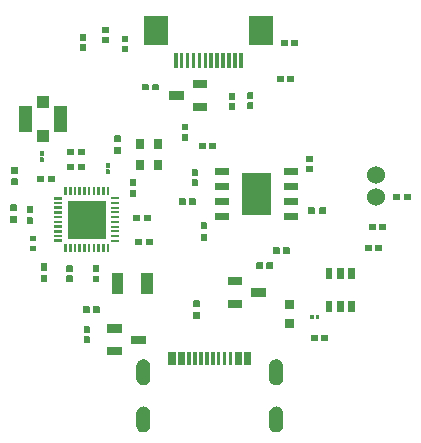
<source format=gbp>
G04 Layer: BottomPasteMaskLayer*
G04 EasyEDA v6.4.31, 2022-02-15 11:42:09*
G04 cf861d6554b0406c859822548a314204,c17a8ced473b4d519dda31697e0e54b6,10*
G04 Gerber Generator version 0.2*
G04 Scale: 100 percent, Rotated: No, Reflected: No *
G04 Dimensions in inches *
G04 leading zeros omitted , absolute positions ,3 integer and 6 decimal *
%FSLAX36Y36*%
%MOIN*%

%ADD55C,0.0600*%
%ADD56R,0.0315X0.0355*%
%ADD65R,0.0262X0.0088*%
%ADD67R,0.1309X0.1309*%

%LPD*%
G36*
X1100700Y-79360D02*
G01*
X1099120Y-80940D01*
X1099120Y-99060D01*
X1100700Y-100640D01*
X1120400Y-100640D01*
X1121980Y-99060D01*
X1121980Y-80940D01*
X1120400Y-79360D01*
G37*
G36*
X1134180Y-79360D02*
G01*
X1132620Y-80940D01*
X1132620Y-99060D01*
X1134180Y-100640D01*
X1153900Y-100640D01*
X1155480Y-99060D01*
X1155480Y-80940D01*
X1153900Y-79360D01*
G37*
G36*
X890939Y148180D02*
G01*
X889360Y146600D01*
X889360Y126880D01*
X890939Y125320D01*
X909060Y125320D01*
X910620Y126880D01*
X910620Y146600D01*
X909060Y148180D01*
G37*
G36*
X890939Y114680D02*
G01*
X889360Y113120D01*
X889360Y93400D01*
X890939Y91820D01*
X909060Y91820D01*
X910620Y93400D01*
X910620Y113120D01*
X909060Y114680D01*
G37*
G36*
X302940Y70020D02*
G01*
X300980Y68040D01*
X300980Y49140D01*
X302940Y46380D01*
X320660Y46380D01*
X322620Y49140D01*
X322620Y68040D01*
X320660Y70020D01*
G37*
G36*
X302940Y32220D02*
G01*
X300980Y29460D01*
X300980Y10560D01*
X302940Y8600D01*
X320660Y8600D01*
X322620Y10560D01*
X322620Y29460D01*
X320660Y32220D01*
G37*
G36*
X475540Y254680D02*
G01*
X473960Y253100D01*
X473960Y233380D01*
X475540Y231820D01*
X493660Y231820D01*
X495220Y233380D01*
X495220Y253100D01*
X493660Y254680D01*
G37*
G36*
X475540Y221180D02*
G01*
X473960Y219600D01*
X473960Y199899D01*
X475540Y198320D01*
X493660Y198320D01*
X495220Y199899D01*
X495220Y219600D01*
X493660Y221180D01*
G37*
G36*
X533300Y190520D02*
G01*
X531720Y188960D01*
X531720Y170840D01*
X533300Y169280D01*
X553000Y169280D01*
X554580Y170840D01*
X554580Y188960D01*
X553000Y190520D01*
G37*
G36*
X566780Y190520D02*
G01*
X565220Y188960D01*
X565220Y170840D01*
X566780Y169280D01*
X586500Y169280D01*
X588080Y170840D01*
X588080Y188960D01*
X586500Y190520D01*
G37*
G36*
X90940Y-250320D02*
G01*
X89360Y-251880D01*
X89360Y-271600D01*
X90940Y-273180D01*
X109060Y-273180D01*
X110620Y-271600D01*
X110620Y-251880D01*
X109060Y-250320D01*
G37*
G36*
X90940Y-216820D02*
G01*
X89360Y-218400D01*
X89360Y-238120D01*
X90940Y-239680D01*
X109060Y-239680D01*
X110620Y-238120D01*
X110620Y-218400D01*
X109060Y-216820D01*
G37*
G36*
X178840Y-218220D02*
G01*
X177260Y-219800D01*
X177260Y-239520D01*
X178840Y-241080D01*
X196960Y-241080D01*
X198520Y-239520D01*
X198520Y-219800D01*
X196960Y-218220D01*
G37*
G36*
X178840Y-251720D02*
G01*
X177260Y-253299D01*
X177260Y-273000D01*
X178840Y-274580D01*
X196960Y-274580D01*
X198520Y-273000D01*
X198520Y-253299D01*
X196960Y-251720D01*
G37*
G36*
X825580Y414640D02*
G01*
X824020Y413060D01*
X824020Y394940D01*
X825580Y393360D01*
X845300Y393360D01*
X846880Y394940D01*
X846880Y413060D01*
X845300Y414640D01*
G37*
G36*
X792099Y414640D02*
G01*
X790520Y413060D01*
X790520Y394940D01*
X792099Y393360D01*
X811800Y393360D01*
X813379Y394940D01*
X813379Y413060D01*
X811800Y414640D01*
G37*
G36*
X902760Y-383620D02*
G01*
X901820Y-384560D01*
X901820Y-395439D01*
X902760Y-396380D01*
X913160Y-396380D01*
X914120Y-395439D01*
X914120Y-384560D01*
X913160Y-383620D01*
G37*
G36*
X921440Y-383620D02*
G01*
X920480Y-384560D01*
X920480Y-395439D01*
X921440Y-396380D01*
X931840Y-396380D01*
X932780Y-395439D01*
X932780Y-384560D01*
X931840Y-383620D01*
G37*
G36*
X538440Y-112080D02*
G01*
X536480Y-114840D01*
X536480Y-133740D01*
X538440Y-135700D01*
X556160Y-135700D01*
X558120Y-133740D01*
X558120Y-114840D01*
X556160Y-112080D01*
G37*
G36*
X538440Y-74300D02*
G01*
X536480Y-76260D01*
X536480Y-95160D01*
X538440Y-97920D01*
X556160Y-97920D01*
X558120Y-95160D01*
X558120Y-76260D01*
X556160Y-74300D01*
G37*
G36*
X513440Y-372080D02*
G01*
X511480Y-374840D01*
X511480Y-393740D01*
X513440Y-395700D01*
X531160Y-395700D01*
X533120Y-393740D01*
X533120Y-374840D01*
X531160Y-372080D01*
G37*
G36*
X513440Y-334300D02*
G01*
X511480Y-336260D01*
X511480Y-355160D01*
X513440Y-357920D01*
X531160Y-357920D01*
X533120Y-355160D01*
X533120Y-336260D01*
X531160Y-334300D01*
G37*
G36*
X132140Y120820D02*
G01*
X129380Y118859D01*
X129380Y101140D01*
X132140Y99179D01*
X151040Y99179D01*
X153000Y101140D01*
X153000Y118859D01*
X151040Y120820D01*
G37*
G36*
X93560Y120820D02*
G01*
X91600Y118859D01*
X91600Y101140D01*
X93560Y99179D01*
X112460Y99179D01*
X115220Y101140D01*
X115220Y118859D01*
X112460Y120820D01*
G37*
G36*
X32140Y80820D02*
G01*
X29380Y78860D01*
X29380Y61140D01*
X32140Y59180D01*
X51040Y59180D01*
X53000Y61140D01*
X53000Y78860D01*
X51040Y80820D01*
G37*
G36*
X-6440Y80820D02*
G01*
X-8400Y78860D01*
X-8400Y61140D01*
X-6440Y59180D01*
X12460Y59180D01*
X15220Y61140D01*
X15220Y78860D01*
X12460Y80820D01*
G37*
G36*
X-41560Y-57080D02*
G01*
X-43520Y-59840D01*
X-43520Y-78740D01*
X-41560Y-80700D01*
X-23840Y-80700D01*
X-21880Y-78740D01*
X-21880Y-59840D01*
X-23840Y-57080D01*
G37*
G36*
X-41560Y-19300D02*
G01*
X-43520Y-21260D01*
X-43520Y-40160D01*
X-41560Y-42920D01*
X-23840Y-42920D01*
X-21880Y-40160D01*
X-21880Y-21260D01*
X-23840Y-19300D01*
G37*
G36*
X251140Y215700D02*
G01*
X249180Y213740D01*
X249180Y194840D01*
X251140Y192079D01*
X268860Y192079D01*
X270820Y194840D01*
X270820Y213740D01*
X268860Y215700D01*
G37*
G36*
X251140Y177920D02*
G01*
X249180Y175159D01*
X249180Y156260D01*
X251140Y154300D01*
X268860Y154300D01*
X270820Y156260D01*
X270820Y175159D01*
X268860Y177920D01*
G37*
G36*
X5940Y-249080D02*
G01*
X3980Y-251840D01*
X3980Y-270740D01*
X5940Y-272720D01*
X23660Y-272720D01*
X25620Y-270740D01*
X25620Y-251840D01*
X23660Y-249080D01*
G37*
G36*
X5940Y-211300D02*
G01*
X3980Y-213260D01*
X3980Y-232160D01*
X5940Y-234920D01*
X23660Y-234920D01*
X25620Y-232160D01*
X25620Y-213260D01*
X23660Y-211300D01*
G37*
G36*
X896260Y-24180D02*
G01*
X894280Y-26140D01*
X894280Y-43860D01*
X896260Y-45820D01*
X915160Y-45820D01*
X917920Y-43860D01*
X917920Y-26140D01*
X915160Y-24180D01*
G37*
G36*
X934840Y-24180D02*
G01*
X932080Y-26140D01*
X932080Y-43860D01*
X934840Y-45820D01*
X953740Y-45820D01*
X955699Y-43860D01*
X955699Y-26140D01*
X953740Y-24180D01*
G37*
G36*
X1217140Y20820D02*
G01*
X1214380Y18860D01*
X1214380Y1140D01*
X1217140Y-820D01*
X1236040Y-820D01*
X1238000Y1140D01*
X1238000Y18860D01*
X1236040Y20820D01*
G37*
G36*
X1178560Y20820D02*
G01*
X1176600Y18860D01*
X1176600Y1140D01*
X1178560Y-820D01*
X1197460Y-820D01*
X1200220Y1140D01*
X1200220Y18860D01*
X1197460Y20820D01*
G37*
G36*
X352140Y-49180D02*
G01*
X349380Y-51140D01*
X349380Y-68860D01*
X352140Y-70820D01*
X371040Y-70820D01*
X373000Y-68860D01*
X373000Y-51140D01*
X371040Y-49180D01*
G37*
G36*
X313560Y-49180D02*
G01*
X311600Y-51140D01*
X311600Y-68860D01*
X313560Y-70820D01*
X332460Y-70820D01*
X335220Y-68860D01*
X335220Y-51140D01*
X332460Y-49180D01*
G37*
G36*
X357140Y-129179D02*
G01*
X354380Y-131140D01*
X354380Y-148860D01*
X357140Y-150820D01*
X376040Y-150820D01*
X378000Y-148860D01*
X378000Y-131140D01*
X376040Y-129179D01*
G37*
G36*
X318560Y-129179D02*
G01*
X316600Y-131140D01*
X316600Y-148860D01*
X318560Y-150820D01*
X337460Y-150820D01*
X340220Y-148860D01*
X340220Y-131140D01*
X337460Y-129179D01*
G37*
G36*
X723900Y-207060D02*
G01*
X722320Y-208640D01*
X722320Y-226759D01*
X723900Y-228340D01*
X743600Y-228340D01*
X745180Y-226759D01*
X745180Y-208640D01*
X743600Y-207060D01*
G37*
G36*
X757380Y-207060D02*
G01*
X755819Y-208640D01*
X755819Y-226759D01*
X757380Y-228340D01*
X777099Y-228340D01*
X778680Y-226759D01*
X778680Y-208640D01*
X777099Y-207060D01*
G37*
G36*
X221860Y101820D02*
G01*
X220920Y100860D01*
X220920Y87899D01*
X221860Y86960D01*
X232740Y86960D01*
X233680Y87899D01*
X233680Y100860D01*
X232740Y101820D01*
G37*
G36*
X221860Y123040D02*
G01*
X220920Y122100D01*
X220920Y109140D01*
X221860Y108180D01*
X232740Y108180D01*
X233680Y109140D01*
X233680Y122100D01*
X232740Y123040D01*
G37*
G36*
X939180Y-449360D02*
G01*
X937620Y-450940D01*
X937620Y-469060D01*
X939180Y-470640D01*
X958900Y-470640D01*
X960480Y-469060D01*
X960480Y-450940D01*
X958900Y-449360D01*
G37*
G36*
X905699Y-449360D02*
G01*
X904120Y-450940D01*
X904120Y-469060D01*
X905699Y-470640D01*
X925400Y-470640D01*
X926979Y-469060D01*
X926979Y-450940D01*
X925400Y-449360D01*
G37*
G36*
X811979Y-157180D02*
G01*
X810420Y-158740D01*
X810420Y-176860D01*
X811979Y-178420D01*
X831700Y-178420D01*
X833280Y-176860D01*
X833280Y-158740D01*
X831700Y-157180D01*
G37*
G36*
X778500Y-157180D02*
G01*
X776919Y-158740D01*
X776919Y-176860D01*
X778500Y-178420D01*
X798199Y-178420D01*
X799780Y-176860D01*
X799780Y-158740D01*
X798199Y-157180D01*
G37*
G36*
X465700Y5639D02*
G01*
X464120Y4060D01*
X464120Y-14060D01*
X465700Y-15640D01*
X485400Y-15640D01*
X486980Y-14060D01*
X486980Y4060D01*
X485400Y5639D01*
G37*
G36*
X499180Y5639D02*
G01*
X497620Y4060D01*
X497620Y-14060D01*
X499180Y-15640D01*
X518900Y-15640D01*
X520480Y-14060D01*
X520480Y4060D01*
X518900Y5639D01*
G37*
G36*
X508240Y103180D02*
G01*
X506659Y101600D01*
X506659Y81880D01*
X508240Y80320D01*
X526360Y80320D01*
X527920Y81880D01*
X527920Y101600D01*
X526360Y103180D01*
G37*
G36*
X508240Y69680D02*
G01*
X506659Y68120D01*
X506659Y48400D01*
X508240Y46820D01*
X526360Y46820D01*
X527920Y48400D01*
X527920Y68120D01*
X526360Y69680D01*
G37*
G36*
X1119180Y-149360D02*
G01*
X1117620Y-150940D01*
X1117620Y-169060D01*
X1119180Y-170640D01*
X1138900Y-170640D01*
X1140480Y-169060D01*
X1140480Y-150940D01*
X1138900Y-149360D01*
G37*
G36*
X1085700Y-149360D02*
G01*
X1084120Y-150940D01*
X1084120Y-169060D01*
X1085700Y-170640D01*
X1105400Y-170640D01*
X1106980Y-169060D01*
X1106980Y-150940D01*
X1105400Y-149360D01*
G37*
G36*
X132140Y170820D02*
G01*
X129380Y168860D01*
X129380Y151140D01*
X132140Y149180D01*
X151040Y149180D01*
X153000Y151140D01*
X153000Y168860D01*
X151040Y170820D01*
G37*
G36*
X93560Y170820D02*
G01*
X91600Y168860D01*
X91600Y151140D01*
X93560Y149180D01*
X112460Y149180D01*
X115220Y151140D01*
X115220Y168860D01*
X112460Y170820D01*
G37*
G36*
X-96560Y-52080D02*
G01*
X-98520Y-54840D01*
X-98520Y-73740D01*
X-96560Y-75700D01*
X-78840Y-75700D01*
X-76880Y-73740D01*
X-76880Y-54840D01*
X-78840Y-52080D01*
G37*
G36*
X-96560Y-14300D02*
G01*
X-98520Y-16259D01*
X-98520Y-35160D01*
X-96560Y-37920D01*
X-78840Y-37920D01*
X-76880Y-35160D01*
X-76880Y-16259D01*
X-78840Y-14300D01*
G37*
G36*
X1860Y163039D02*
G01*
X920Y162100D01*
X920Y149140D01*
X1860Y148180D01*
X12740Y148180D01*
X13680Y149140D01*
X13680Y162100D01*
X12740Y163039D01*
G37*
G36*
X1860Y141820D02*
G01*
X920Y140860D01*
X920Y127899D01*
X1860Y126960D01*
X12740Y126960D01*
X13680Y127899D01*
X13680Y140860D01*
X12740Y141820D01*
G37*
G36*
X805200Y534440D02*
G01*
X803620Y532860D01*
X803620Y514739D01*
X805200Y513180D01*
X824900Y513180D01*
X826480Y514739D01*
X826480Y532860D01*
X824900Y534440D01*
G37*
G36*
X838680Y534440D02*
G01*
X837120Y532860D01*
X837120Y514739D01*
X838680Y513180D01*
X858400Y513180D01*
X859980Y514739D01*
X859980Y532860D01*
X858400Y534440D01*
G37*
G36*
X630260Y-506760D02*
G01*
X630260Y-550060D01*
X642060Y-550060D01*
X642060Y-506760D01*
G37*
G36*
X610560Y-506760D02*
G01*
X610560Y-550060D01*
X622460Y-550060D01*
X622460Y-506760D01*
G37*
G36*
X590960Y-506760D02*
G01*
X590960Y-550060D01*
X602760Y-550060D01*
X602760Y-506760D01*
G37*
G36*
X571260Y-506760D02*
G01*
X571260Y-550060D01*
X583060Y-550060D01*
X583060Y-506760D01*
G37*
G36*
X551560Y-506760D02*
G01*
X551560Y-550060D01*
X563360Y-550060D01*
X563360Y-506760D01*
G37*
G36*
X531860Y-506760D02*
G01*
X531860Y-550060D01*
X543660Y-550060D01*
X543660Y-506760D01*
G37*
G36*
X512160Y-506760D02*
G01*
X512160Y-550060D01*
X523960Y-550060D01*
X523960Y-506760D01*
G37*
G36*
X492460Y-506760D02*
G01*
X492460Y-550060D01*
X504260Y-550060D01*
X504260Y-506760D01*
G37*
G36*
X681340Y-506700D02*
G01*
X681340Y-550120D01*
X705060Y-550120D01*
X705060Y-506700D01*
G37*
G36*
X649840Y-506700D02*
G01*
X649840Y-550120D01*
X673560Y-550120D01*
X673560Y-506700D01*
G37*
G36*
X460880Y-506700D02*
G01*
X460880Y-550120D01*
X484600Y-550120D01*
X484600Y-506700D01*
G37*
G36*
X429440Y-506700D02*
G01*
X429440Y-550120D01*
X453160Y-550120D01*
X453160Y-506700D01*
G37*
G36*
X345340Y-688100D02*
G01*
X342560Y-688340D01*
X341180Y-688580D01*
X338480Y-689320D01*
X335880Y-690380D01*
X333440Y-691740D01*
X331160Y-693360D01*
X329099Y-695260D01*
X327260Y-697380D01*
X325700Y-699700D01*
X324420Y-702180D01*
X323459Y-704800D01*
X322800Y-707520D01*
X322460Y-710300D01*
X322420Y-751080D01*
X322580Y-753860D01*
X323080Y-756620D01*
X323900Y-759300D01*
X325020Y-761860D01*
X326460Y-764280D01*
X328160Y-766500D01*
X330100Y-768500D01*
X332280Y-770260D01*
X334640Y-771760D01*
X337160Y-772960D01*
X338480Y-773460D01*
X341180Y-774200D01*
X343940Y-774599D01*
X346740Y-774680D01*
X349540Y-774440D01*
X350920Y-774200D01*
X353620Y-773460D01*
X356200Y-772400D01*
X358660Y-771040D01*
X360920Y-769419D01*
X363000Y-767520D01*
X364820Y-765400D01*
X365640Y-764280D01*
X367060Y-761860D01*
X368180Y-759300D01*
X368640Y-757980D01*
X369300Y-755260D01*
X369620Y-752480D01*
X369660Y-711700D01*
X369500Y-708920D01*
X369300Y-707520D01*
X368640Y-704800D01*
X367660Y-702180D01*
X366380Y-699700D01*
X365640Y-698500D01*
X363940Y-696280D01*
X361980Y-694280D01*
X359820Y-692520D01*
X357440Y-691020D01*
X354920Y-689820D01*
X353620Y-689320D01*
X350920Y-688580D01*
X348140Y-688180D01*
G37*
G36*
X345340Y-530620D02*
G01*
X342560Y-530860D01*
X341180Y-531100D01*
X338480Y-531840D01*
X335880Y-532900D01*
X333440Y-534260D01*
X331160Y-535880D01*
X329099Y-537780D01*
X327260Y-539900D01*
X325700Y-542220D01*
X324420Y-544700D01*
X323459Y-547320D01*
X322800Y-550040D01*
X322460Y-552820D01*
X322420Y-593600D01*
X322580Y-596380D01*
X323080Y-599140D01*
X323900Y-601820D01*
X325020Y-604380D01*
X326460Y-606800D01*
X328160Y-609020D01*
X330100Y-611020D01*
X332280Y-612780D01*
X334640Y-614280D01*
X337160Y-615480D01*
X338480Y-615980D01*
X341180Y-616720D01*
X343940Y-617120D01*
X346740Y-617200D01*
X349540Y-616960D01*
X350920Y-616720D01*
X353620Y-615980D01*
X356200Y-614920D01*
X358660Y-613560D01*
X360920Y-611940D01*
X363000Y-610040D01*
X364820Y-607920D01*
X365640Y-606800D01*
X367060Y-604380D01*
X368180Y-601820D01*
X368640Y-600500D01*
X369300Y-597780D01*
X369620Y-595000D01*
X369660Y-554220D01*
X369500Y-551440D01*
X369300Y-550040D01*
X368640Y-547320D01*
X367660Y-544700D01*
X366380Y-542220D01*
X365640Y-541020D01*
X363940Y-538800D01*
X361980Y-536800D01*
X359820Y-535040D01*
X357440Y-533540D01*
X354920Y-532340D01*
X353620Y-531840D01*
X350920Y-531100D01*
X348140Y-530700D01*
G37*
G36*
X787860Y-688100D02*
G01*
X785060Y-688340D01*
X783680Y-688580D01*
X780980Y-689320D01*
X778400Y-690380D01*
X775939Y-691740D01*
X773680Y-693360D01*
X771600Y-695260D01*
X769780Y-697380D01*
X768960Y-698500D01*
X767540Y-700920D01*
X766420Y-703480D01*
X765960Y-704800D01*
X765300Y-707520D01*
X764980Y-710300D01*
X764940Y-751080D01*
X765100Y-753860D01*
X765300Y-755260D01*
X765960Y-757980D01*
X766940Y-760600D01*
X768220Y-763080D01*
X768960Y-764280D01*
X770660Y-766500D01*
X772620Y-768500D01*
X774780Y-770260D01*
X777159Y-771760D01*
X779680Y-772960D01*
X780980Y-773460D01*
X783680Y-774200D01*
X786460Y-774599D01*
X789260Y-774680D01*
X792039Y-774440D01*
X793420Y-774200D01*
X796120Y-773460D01*
X798720Y-772400D01*
X801160Y-771040D01*
X803439Y-769419D01*
X805500Y-767520D01*
X807340Y-765400D01*
X808900Y-763080D01*
X810180Y-760600D01*
X811140Y-757980D01*
X811800Y-755260D01*
X812140Y-752480D01*
X812180Y-711700D01*
X812020Y-708920D01*
X811520Y-706160D01*
X810699Y-703480D01*
X809580Y-700920D01*
X808139Y-698500D01*
X806440Y-696280D01*
X804500Y-694280D01*
X802320Y-692520D01*
X799960Y-691020D01*
X797440Y-689820D01*
X796120Y-689320D01*
X793420Y-688580D01*
X790660Y-688180D01*
G37*
G36*
X787860Y-530620D02*
G01*
X785060Y-530860D01*
X783680Y-531100D01*
X780980Y-531840D01*
X778400Y-532900D01*
X775939Y-534260D01*
X773680Y-535880D01*
X771600Y-537780D01*
X769780Y-539900D01*
X768960Y-541020D01*
X767540Y-543440D01*
X766420Y-546000D01*
X765960Y-547320D01*
X765300Y-550040D01*
X764980Y-552820D01*
X764940Y-593600D01*
X765100Y-596380D01*
X765300Y-597780D01*
X765960Y-600500D01*
X766940Y-603120D01*
X768220Y-605600D01*
X768960Y-606800D01*
X770660Y-609020D01*
X772620Y-611020D01*
X774780Y-612780D01*
X777159Y-614280D01*
X779680Y-615480D01*
X780980Y-615980D01*
X783680Y-616720D01*
X786460Y-617120D01*
X789260Y-617200D01*
X792039Y-616960D01*
X793420Y-616720D01*
X796120Y-615980D01*
X798720Y-614920D01*
X801160Y-613560D01*
X803439Y-611940D01*
X805500Y-610040D01*
X807340Y-607920D01*
X808900Y-605600D01*
X810180Y-603120D01*
X811140Y-600500D01*
X811800Y-597780D01*
X812140Y-595000D01*
X812180Y-554220D01*
X812020Y-551440D01*
X811520Y-548680D01*
X810699Y-546000D01*
X809580Y-543440D01*
X808139Y-541020D01*
X806440Y-538800D01*
X804500Y-536800D01*
X802320Y-535040D01*
X799960Y-533540D01*
X797440Y-532340D01*
X796120Y-531840D01*
X793420Y-531100D01*
X790660Y-530700D01*
G37*
G36*
X135940Y519680D02*
G01*
X134360Y518120D01*
X134360Y498400D01*
X135940Y496820D01*
X154060Y496820D01*
X155620Y498400D01*
X155620Y518120D01*
X154060Y519680D01*
G37*
G36*
X135940Y553180D02*
G01*
X134360Y551600D01*
X134360Y531880D01*
X135940Y530320D01*
X154060Y530320D01*
X155620Y531880D01*
X155620Y551600D01*
X154060Y553180D01*
G37*
G36*
X275940Y514680D02*
G01*
X274360Y513120D01*
X274360Y493400D01*
X275940Y491820D01*
X294060Y491820D01*
X295620Y493400D01*
X295620Y513120D01*
X294060Y514680D01*
G37*
G36*
X275940Y548180D02*
G01*
X274360Y546600D01*
X274360Y526880D01*
X275940Y525320D01*
X294060Y525320D01*
X295620Y526880D01*
X295620Y546600D01*
X294060Y548180D01*
G37*
G36*
X210940Y544680D02*
G01*
X209360Y543120D01*
X209360Y523400D01*
X210940Y521820D01*
X229060Y521820D01*
X230620Y523400D01*
X230620Y543120D01*
X229060Y544680D01*
G37*
G36*
X210940Y578180D02*
G01*
X209360Y576600D01*
X209360Y556880D01*
X210940Y555320D01*
X229060Y555320D01*
X230620Y556880D01*
X230620Y576600D01*
X229060Y578180D01*
G37*
G36*
X-92260Y110820D02*
G01*
X-94220Y108840D01*
X-94220Y89940D01*
X-92260Y87180D01*
X-74540Y87180D01*
X-72580Y89940D01*
X-72580Y108840D01*
X-74540Y110820D01*
G37*
G36*
X-92260Y73020D02*
G01*
X-94220Y70260D01*
X-94220Y51360D01*
X-92260Y49400D01*
X-74540Y49400D01*
X-72580Y51360D01*
X-72580Y70260D01*
X-74540Y73020D01*
G37*
G36*
X693240Y359180D02*
G01*
X691660Y357600D01*
X691660Y337900D01*
X693240Y336320D01*
X711360Y336320D01*
X712920Y337900D01*
X712920Y357600D01*
X711360Y359180D01*
G37*
G36*
X693240Y325680D02*
G01*
X691660Y324120D01*
X691660Y304400D01*
X693240Y302820D01*
X711360Y302820D01*
X712920Y304400D01*
X712920Y324120D01*
X711360Y325680D01*
G37*
G36*
X631840Y357280D02*
G01*
X630260Y355700D01*
X630260Y336000D01*
X631840Y334420D01*
X649960Y334420D01*
X651520Y336000D01*
X651520Y355700D01*
X649960Y357280D01*
G37*
G36*
X631840Y323780D02*
G01*
X630260Y322220D01*
X630260Y302500D01*
X631840Y300920D01*
X649960Y300920D01*
X651520Y302500D01*
X651520Y322220D01*
X649960Y323780D01*
G37*
G36*
X376380Y386440D02*
G01*
X374820Y384860D01*
X374820Y366740D01*
X376380Y365160D01*
X396100Y365160D01*
X397680Y366740D01*
X397680Y384860D01*
X396100Y386440D01*
G37*
G36*
X342900Y386440D02*
G01*
X341320Y384860D01*
X341320Y366740D01*
X342900Y365160D01*
X362600Y365160D01*
X364180Y366740D01*
X364180Y384860D01*
X362600Y386440D01*
G37*
G36*
X145700Y-353880D02*
G01*
X144120Y-355439D01*
X144120Y-373560D01*
X145700Y-375120D01*
X165400Y-375120D01*
X166980Y-373560D01*
X166980Y-355439D01*
X165400Y-353880D01*
G37*
G36*
X179180Y-353880D02*
G01*
X177620Y-355439D01*
X177620Y-373560D01*
X179180Y-375120D01*
X198900Y-375120D01*
X200479Y-373560D01*
X200479Y-355439D01*
X198900Y-353880D01*
G37*
G36*
X148040Y-453720D02*
G01*
X146460Y-455280D01*
X146460Y-475000D01*
X148040Y-476580D01*
X166160Y-476580D01*
X167719Y-475000D01*
X167719Y-455280D01*
X166160Y-453720D01*
G37*
G36*
X148040Y-420220D02*
G01*
X146460Y-421800D01*
X146460Y-441500D01*
X148040Y-443080D01*
X166160Y-443080D01*
X167719Y-441500D01*
X167719Y-421800D01*
X166160Y-420220D01*
G37*
G36*
X240201Y-243966D02*
G01*
X240201Y-314832D01*
X279571Y-314832D01*
X279571Y-243966D01*
G37*
G36*
X338627Y-243966D02*
G01*
X338627Y-314832D01*
X377997Y-314832D01*
X377997Y-243966D01*
G37*
G36*
X274635Y-489220D02*
G01*
X225423Y-489220D01*
X225423Y-516779D01*
X274635Y-516779D01*
G37*
G36*
X274635Y-414421D02*
G01*
X225423Y-414421D01*
X225423Y-441979D01*
X274635Y-441979D01*
G37*
G36*
X353375Y-451820D02*
G01*
X304163Y-451820D01*
X304163Y-479380D01*
X353375Y-479380D01*
G37*
D55*
G01*
X1122299Y85000D03*
G01*
X1122299Y10000D03*
D56*
G01*
X336289Y187150D03*
G01*
X394189Y187249D03*
G01*
X395689Y115349D03*
G01*
X335509Y115599D03*
G36*
X510363Y372020D02*
G01*
X559575Y372020D01*
X559575Y399580D01*
X510363Y399580D01*
G37*
G36*
X510363Y297221D02*
G01*
X559575Y297221D01*
X559575Y324780D01*
X510363Y324780D01*
G37*
G36*
X431623Y334621D02*
G01*
X480835Y334621D01*
X480835Y362179D01*
X431623Y362179D01*
G37*
G36*
X448127Y439704D02*
G01*
X459939Y439704D01*
X459939Y488915D01*
X448127Y488915D01*
G37*
G36*
X467812Y439704D02*
G01*
X479624Y439704D01*
X479624Y488915D01*
X467812Y488915D01*
G37*
G36*
X487497Y439704D02*
G01*
X499309Y439704D01*
X499309Y488915D01*
X487497Y488915D01*
G37*
G36*
X507182Y439704D02*
G01*
X518994Y439704D01*
X518994Y488915D01*
X507182Y488915D01*
G37*
G36*
X526867Y439704D02*
G01*
X538679Y439704D01*
X538679Y488915D01*
X526867Y488915D01*
G37*
G36*
X546552Y439704D02*
G01*
X558364Y439704D01*
X558364Y488915D01*
X546552Y488915D01*
G37*
G36*
X566237Y439704D02*
G01*
X578049Y439704D01*
X578049Y488915D01*
X566237Y488915D01*
G37*
G36*
X585922Y439704D02*
G01*
X597734Y439704D01*
X597734Y488915D01*
X585922Y488915D01*
G37*
G36*
X605607Y439704D02*
G01*
X617419Y439704D01*
X617419Y488915D01*
X605607Y488915D01*
G37*
G36*
X625292Y439704D02*
G01*
X637104Y439704D01*
X637104Y488915D01*
X625292Y488915D01*
G37*
G36*
X644977Y439704D02*
G01*
X656789Y439704D01*
X656789Y488915D01*
X644977Y488915D01*
G37*
G36*
X664662Y439704D02*
G01*
X676474Y439704D01*
X676474Y488915D01*
X664662Y488915D01*
G37*
G36*
X348127Y516476D02*
G01*
X426867Y516476D01*
X426867Y614902D01*
X348127Y614902D01*
G37*
G36*
X697734Y516476D02*
G01*
X776474Y516476D01*
X776474Y614902D01*
X697734Y614902D01*
G37*
G36*
X-11873Y-154841D02*
G01*
X-33527Y-154841D01*
X-33527Y-170590D01*
X-11873Y-170590D01*
G37*
G36*
X-11873Y-119409D02*
G01*
X-33527Y-119409D01*
X-33527Y-135156D01*
X-11873Y-135156D01*
G37*
G36*
X848184Y-332773D02*
G01*
X816688Y-332773D01*
X816688Y-364268D01*
X848184Y-364268D01*
G37*
G36*
X847908Y-395725D02*
G01*
X816412Y-395725D01*
X816412Y-427222D01*
X847908Y-427222D01*
G37*
G36*
X675635Y-331819D02*
G01*
X626423Y-331819D01*
X626423Y-359380D01*
X675635Y-359380D01*
G37*
G36*
X675635Y-257021D02*
G01*
X626423Y-257021D01*
X626423Y-284580D01*
X675635Y-284580D01*
G37*
G36*
X754375Y-294421D02*
G01*
X705163Y-294421D01*
X705163Y-321979D01*
X754375Y-321979D01*
G37*
G36*
X93008Y226696D02*
G01*
X93008Y313310D01*
X49701Y313310D01*
X49701Y226696D01*
G37*
G36*
X32968Y345785D02*
G01*
X-8370Y345785D01*
X-8370Y306415D01*
X32968Y306415D01*
G37*
G36*
X-25102Y226696D02*
G01*
X-25102Y313310D01*
X-68409Y313310D01*
X-68409Y226696D01*
G37*
G36*
X32968Y233584D02*
G01*
X-8370Y233584D01*
X-8370Y194214D01*
X32968Y194214D01*
G37*
D65*
G01*
X252079Y5869D03*
G01*
X252079Y-9879D03*
G01*
X252079Y-25630D03*
G01*
X252079Y-41379D03*
G01*
X252079Y-57130D03*
G01*
X252079Y-72869D03*
G01*
X252079Y-88620D03*
G01*
X252079Y-104369D03*
G01*
X252079Y-120120D03*
G01*
X252079Y-135869D03*
G36*
X232575Y-172873D02*
G01*
X223756Y-172873D01*
X223756Y-146693D01*
X232575Y-146693D01*
G37*
G36*
X216827Y-172873D02*
G01*
X208008Y-172873D01*
X208008Y-146693D01*
X216827Y-146693D01*
G37*
G36*
X201079Y-172873D02*
G01*
X192260Y-172873D01*
X192260Y-146693D01*
X201079Y-146693D01*
G37*
G36*
X185330Y-172873D02*
G01*
X176512Y-172873D01*
X176512Y-146693D01*
X185330Y-146693D01*
G37*
G36*
X169582Y-172873D02*
G01*
X160764Y-172873D01*
X160764Y-146693D01*
X169582Y-146693D01*
G37*
G36*
X153834Y-172873D02*
G01*
X145016Y-172873D01*
X145016Y-146693D01*
X153834Y-146693D01*
G37*
G36*
X138086Y-172873D02*
G01*
X129268Y-172873D01*
X129268Y-146693D01*
X138086Y-146693D01*
G37*
G36*
X122338Y-172873D02*
G01*
X113519Y-172873D01*
X113519Y-146693D01*
X122338Y-146693D01*
G37*
G36*
X106590Y-172873D02*
G01*
X97771Y-172873D01*
X97771Y-146693D01*
X106590Y-146693D01*
G37*
G36*
X90842Y-172873D02*
G01*
X82023Y-172873D01*
X82023Y-146693D01*
X90842Y-146693D01*
G37*
G36*
X49425Y-131457D02*
G01*
X75606Y-131457D01*
X75606Y-140275D01*
X49425Y-140275D01*
G37*
G36*
X49425Y-115709D02*
G01*
X75606Y-115709D01*
X75606Y-124528D01*
X49425Y-124528D01*
G37*
G36*
X49425Y-99960D02*
G01*
X75606Y-99960D01*
X75606Y-108779D01*
X49425Y-108779D01*
G37*
G36*
X49425Y-84212D02*
G01*
X75606Y-84212D01*
X75606Y-93031D01*
X49425Y-93031D01*
G37*
G36*
X49425Y-68465D02*
G01*
X75606Y-68465D01*
X75606Y-77283D01*
X49425Y-77283D01*
G37*
G36*
X49425Y-52716D02*
G01*
X75606Y-52716D01*
X75606Y-61534D01*
X49425Y-61534D01*
G37*
G36*
X49425Y-36968D02*
G01*
X75606Y-36968D01*
X75606Y-45787D01*
X49425Y-45787D01*
G37*
G36*
X49425Y-21220D02*
G01*
X75606Y-21220D01*
X75606Y-30039D01*
X49425Y-30039D01*
G37*
G36*
X49425Y-5471D02*
G01*
X75606Y-5471D01*
X75606Y-14290D01*
X49425Y-14290D01*
G37*
G36*
X49425Y10275D02*
G01*
X75606Y10275D01*
X75606Y1457D01*
X49425Y1457D01*
G37*
G36*
X90842Y16693D02*
G01*
X82023Y16693D01*
X82023Y42873D01*
X90842Y42873D01*
G37*
G36*
X106590Y16693D02*
G01*
X97771Y16693D01*
X97771Y42873D01*
X106590Y42873D01*
G37*
G36*
X122338Y16693D02*
G01*
X113519Y16693D01*
X113519Y42873D01*
X122338Y42873D01*
G37*
G36*
X138086Y16693D02*
G01*
X129268Y16693D01*
X129268Y42873D01*
X138086Y42873D01*
G37*
G36*
X153834Y16693D02*
G01*
X145016Y16693D01*
X145016Y42873D01*
X153834Y42873D01*
G37*
G36*
X169582Y16693D02*
G01*
X160764Y16693D01*
X160764Y42873D01*
X169582Y42873D01*
G37*
G36*
X185330Y16693D02*
G01*
X176512Y16693D01*
X176512Y42873D01*
X185330Y42873D01*
G37*
G36*
X201079Y16693D02*
G01*
X192260Y16693D01*
X192260Y42873D01*
X201079Y42873D01*
G37*
G36*
X216827Y16693D02*
G01*
X208008Y16693D01*
X208008Y42873D01*
X216827Y42873D01*
G37*
G36*
X232575Y16693D02*
G01*
X223756Y16693D01*
X223756Y42873D01*
X232575Y42873D01*
G37*
D67*
G01*
X157299Y-65000D03*
G36*
X1050529Y-264565D02*
G01*
X1050529Y-225196D01*
X1028875Y-225196D01*
X1028875Y-264565D01*
G37*
G36*
X1013129Y-264565D02*
G01*
X1013129Y-225196D01*
X991475Y-225196D01*
X991475Y-264565D01*
G37*
G36*
X975729Y-264565D02*
G01*
X975729Y-225196D01*
X954075Y-225196D01*
X954075Y-264565D01*
G37*
G36*
X975729Y-374805D02*
G01*
X975729Y-335435D01*
X954075Y-335435D01*
X954075Y-374805D01*
G37*
G36*
X1013129Y-374805D02*
G01*
X1013129Y-335435D01*
X991475Y-335435D01*
X991475Y-374805D01*
G37*
G36*
X1050529Y-374805D02*
G01*
X1050529Y-335435D01*
X1028875Y-335435D01*
X1028875Y-374805D01*
G37*
G36*
X631421Y-66810D02*
G01*
X631421Y-43189D01*
X584177Y-43189D01*
X584177Y-66810D01*
G37*
G36*
X631421Y-16810D02*
G01*
X631421Y6810D01*
X584177Y6810D01*
X584177Y-16810D01*
G37*
G36*
X631421Y33189D02*
G01*
X631421Y56810D01*
X584177Y56810D01*
X584177Y33189D01*
G37*
G36*
X631421Y83189D02*
G01*
X631421Y106810D01*
X584177Y106810D01*
X584177Y83189D01*
G37*
G36*
X860421Y83189D02*
G01*
X860421Y106810D01*
X813177Y106810D01*
X813177Y83189D01*
G37*
G36*
X860421Y33189D02*
G01*
X860421Y56810D01*
X813177Y56810D01*
X813177Y33189D01*
G37*
G36*
X860421Y-16810D02*
G01*
X860421Y6810D01*
X813177Y6810D01*
X813177Y-16810D01*
G37*
G36*
X860421Y-66810D02*
G01*
X860421Y-43189D01*
X813177Y-43189D01*
X813177Y-66810D01*
G37*
G36*
X673089Y88899D02*
G01*
X673089Y-48899D01*
X771509Y-48899D01*
X771509Y88899D01*
G37*
M02*

</source>
